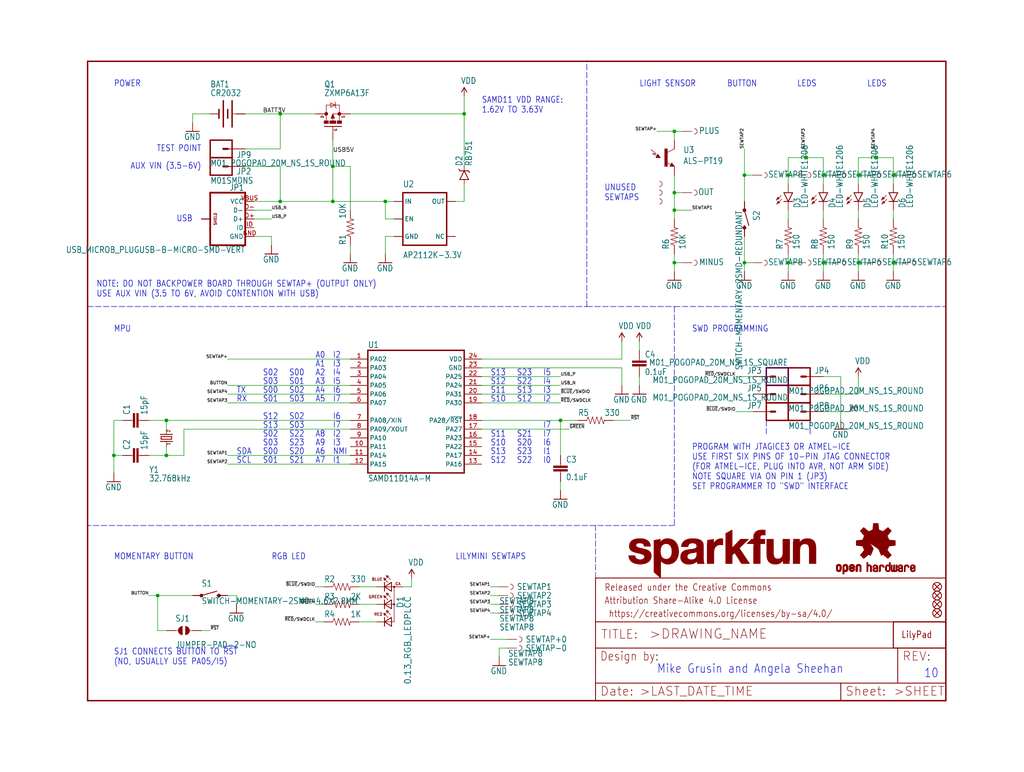
<source format=kicad_sch>
(kicad_sch (version 20211123) (generator eeschema)
  (paper "User" 297.002 223.926)
  (lib_symbols
    (symbol "eagleSchem-eagle-import:0.13_RGB_LEDPLCC"
      (property "Reference" "D" (at -2.54 3.302 0))
      (property "Value" "0.13_RGB_LEDPLCC" (at -2.54 5.461 0))
      (symbol "0.13_RGB_LEDPLCC_1_0"
        (text "BLUE" (at -7.747 -0.762 900) (effects (font (size 0.8128 0.8128)) (justify right top)))
        (text "CA" (at -5.461 2.794 900) (effects (font (size 0.8128 0.8128)) (justify left bottom)))
        (text "GREEN" (at -2.667 -0.762 900) (effects (font (size 0.8128 0.8128)) (justify right top)))
        (text "RED" (at 2.413 -0.762 900) (effects (font (size 0.8128 0.8128)) (justify right top)))
        (pin passive line (at 5.08 -2.54 90) (length 2.54) (name "RED") (number "1"))
        (pin passive line (at 0 -2.54 90) (length 2.54) (name "GREEN") (number "2"))
        (pin passive line (at -5.08 -2.54 90) (length 2.54) (name "BLUE") (number "3"))
        (pin passive line (at -5.08 5.08 270) (length 5.08) (name "ANODE") (number "4"))
      )
    )
    (symbol "eagleSchem-eagle-import:0.1UF-25V(+80{slash}-20%)(0603)"
      (property "Reference" "C" (at 1.524 2.921 0))
      (property "Value" "0.1UF-25V(+80{slash}-20%)(0603)" (at 1.524 -2.159 0))
      (symbol "0.1UF-25V(+80{slash}-20%)(0603)_1_0"
        (pin passive line (at 0 5.08 270) (length 2.54) (name "1") (number "1"))
        (pin passive line (at 0 -2.54 90) (length 2.54) (name "2") (number "2"))
      )
    )
    (symbol "eagleSchem-eagle-import:10KOHM-1{slash}10W-1%(0603)0603"
      (property "Reference" "R" (at -3.81 1.4986 0))
      (property "Value" "10KOHM-1{slash}10W-1%(0603)0603" (at -3.81 -3.302 0))
      (symbol "10KOHM-1{slash}10W-1%(0603)0603_1_0"
        (pin passive line (at -5.08 0 0) (length 2.54) (name "1") (number "1"))
        (pin passive line (at 5.08 0 180) (length 2.54) (name "2") (number "2"))
      )
    )
    (symbol "eagleSchem-eagle-import:15PF-50V-5%(0603)"
      (property "Reference" "C" (at 1.524 2.921 0))
      (property "Value" "15PF-50V-5%(0603)" (at 1.524 -2.159 0))
      (symbol "15PF-50V-5%(0603)_1_0"
        (pin passive line (at 0 5.08 270) (length 2.54) (name "1") (number "1"))
        (pin passive line (at 0 -2.54 90) (length 2.54) (name "2") (number "2"))
      )
    )
    (symbol "eagleSchem-eagle-import:1KOHM-1{slash}10W-1%(0603)"
      (property "Reference" "R" (at -3.81 1.4986 0))
      (property "Value" "1KOHM-1{slash}10W-1%(0603)" (at -3.81 -3.302 0))
      (symbol "1KOHM-1{slash}10W-1%(0603)_1_0"
        (pin passive line (at -5.08 0 0) (length 2.54) (name "1") (number "1"))
        (pin passive line (at 5.08 0 180) (length 2.54) (name "2") (number "2"))
      )
    )
    (symbol "eagleSchem-eagle-import:2.0KOHM1{slash}10W5%(0603)"
      (property "Reference" "R" (at -3.81 1.4986 0))
      (property "Value" "2.0KOHM1{slash}10W5%(0603)" (at -3.81 -3.302 0))
      (symbol "2.0KOHM1{slash}10W5%(0603)_1_0"
        (pin passive line (at -5.08 0 0) (length 2.54) (name "1") (number "1"))
        (pin passive line (at 5.08 0 180) (length 2.54) (name "2") (number "2"))
      )
    )
    (symbol "eagleSchem-eagle-import:330OHM1{slash}10W1%(0603)"
      (property "Reference" "R" (at -3.81 1.4986 0))
      (property "Value" "330OHM1{slash}10W1%(0603)" (at -3.81 -3.302 0))
      (symbol "330OHM1{slash}10W1%(0603)_1_0"
        (pin passive line (at -5.08 0 0) (length 2.54) (name "1") (number "1"))
        (pin passive line (at 5.08 0 180) (length 2.54) (name "2") (number "2"))
      )
    )
    (symbol "eagleSchem-eagle-import:BATTERY20MM_PTH_KIT"
      (property "Reference" "BAT" (at -3.81 5.08 0))
      (property "Value" "BATTERY20MM_PTH_KIT" (at -3.81 -6.35 0))
      (symbol "BATTERY20MM_PTH_KIT_1_0"
        (pin power_in line (at -5.08 0 0) (length 2.54) (name "+") (number "+1"))
        (pin power_in line (at -5.08 0 0) (length 2.54) (name "+") (number "+2"))
        (pin power_in line (at 5.08 0 180) (length 2.54) (name "-") (number "-3"))
      )
    )
    (symbol "eagleSchem-eagle-import:CRYSTAL3.2X1.5MM"
      (property "Reference" "Y" (at 2.54 1.016 0))
      (property "Value" "CRYSTAL3.2X1.5MM" (at 2.54 -2.54 0))
      (symbol "CRYSTAL3.2X1.5MM_1_0"
        (text "1" (at -2.159 -1.143 0) (effects (font (size 0.8636 0.734)) (justify left bottom)))
        (text "2" (at 1.524 -1.143 0) (effects (font (size 0.8636 0.734)) (justify left bottom)))
        (pin passive line (at -2.54 0 0) (length 0) (name "1") (number "P$1"))
        (pin passive line (at 2.54 0 180) (length 0) (name "2") (number "P$2"))
      )
    )
    (symbol "eagleSchem-eagle-import:DIODE-SCHOTTKY-RB751"
      (property "Reference" "D" (at 2.54 0.4826 0))
      (property "Value" "DIODE-SCHOTTKY-RB751" (at 2.54 -2.3114 0))
      (symbol "DIODE-SCHOTTKY-RB751_1_0"
        (pin passive line (at -2.54 0 0) (length 0) (name "A") (number "A"))
        (pin passive line (at 2.54 0 180) (length 0) (name "C") (number "C"))
      )
    )
    (symbol "eagleSchem-eagle-import:FIDUCIAL1X2")
    (symbol "eagleSchem-eagle-import:FRAME-LETTER"
      (symbol "FRAME-LETTER_2_0"
        (text " https://creativecommons.org/licenses/by-sa/4.0/" (at 2.54 24.13 0) (effects (font (size 1.9304 1.6408)) (justify left bottom)))
        (text ">DRAWING_NAME" (at 15.494 17.78 0) (effects (font (size 2.7432 2.7432)) (justify left bottom)))
        (text ">LAST_DATE_TIME" (at 12.7 1.27 0) (effects (font (size 2.54 2.54)) (justify left bottom)))
        (text ">SHEET" (at 86.36 1.27 0) (effects (font (size 2.54 2.54)) (justify left bottom)))
        (text "Attribution Share-Alike 4.0 License" (at 2.54 27.94 0) (effects (font (size 1.9304 1.6408)) (justify left bottom)))
        (text "Date:" (at 1.27 1.27 0) (effects (font (size 2.54 2.54)) (justify left bottom)))
        (text "Design by:" (at 1.27 11.43 0) (effects (font (size 2.54 2.159)) (justify left bottom)))
        (text "Released under the Creative Commons" (at 2.54 31.75 0) (effects (font (size 1.9304 1.6408)) (justify left bottom)))
        (text "REV:" (at 88.9 11.43 0) (effects (font (size 2.54 2.54)) (justify left bottom)))
        (text "Sheet:" (at 72.39 1.27 0) (effects (font (size 2.54 2.54)) (justify left bottom)))
        (text "TITLE:" (at 1.524 17.78 0) (effects (font (size 2.54 2.54)) (justify left bottom)))
      )
    )
    (symbol "eagleSchem-eagle-import:GND" (power)
      (property "Value" "GND" (at -2.54 -2.54 0))
      (symbol "GND_1_0"
        (pin power_in line (at 0 2.54 270) (length 2.54) (name "GND") (number "1"))
      )
    )
    (symbol "eagleSchem-eagle-import:JUMPER-PAD-2-NO"
      (property "Reference" "JP" (at -2.54 2.54 0))
      (property "Value" "JUMPER-PAD-2-NO" (at -2.54 -5.08 0))
      (symbol "JUMPER-PAD-2-NO_1_0"
        (pin passive line (at -5.08 0 0) (length 2.54) (name "1") (number "1"))
        (pin passive line (at 5.08 0 180) (length 2.54) (name "2") (number "2"))
      )
    )
    (symbol "eagleSchem-eagle-import:LED-WHITE1206"
      (property "Reference" "D" (at 3.556 -4.572 90))
      (property "Value" "LED-WHITE1206" (at 5.715 -4.572 90))
      (symbol "LED-WHITE1206_1_0"
        (pin passive line (at 0 2.54 270) (length 2.54) (name "A") (number "A"))
        (pin passive line (at 0 -5.08 90) (length 2.54) (name "C") (number "C"))
      )
    )
    (symbol "eagleSchem-eagle-import:LIGHTSENSORALS"
      (property "Reference" "U" (at 5.08 2.54 0))
      (property "Value" "LIGHTSENSORALS" (at 5.08 -5.08 0))
      (symbol "LIGHTSENSORALS_1_0"
        (pin passive line (at 2.54 5.08 270) (length 2.54) (name "C1") (number "C"))
        (pin passive line (at 2.54 -5.08 90) (length 2.54) (name "E1") (number "E"))
      )
    )
    (symbol "eagleSchem-eagle-import:LILYLOGO-L-TOP"
      (symbol "LILYLOGO-L-TOP_1_0"
        (text "LilyPad" (at -0.254 0.254 0) (effects (font (size 1.9304 1.6408)) (justify left bottom)))
      )
    )
    (symbol "eagleSchem-eagle-import:LOGO-LPL"
      (symbol "LOGO-LPL_1_0"
        (text "LilyPad" (at -0.254 0.254 0) (effects (font (size 1.9304 1.6408)) (justify left bottom)))
      )
    )
    (symbol "eagleSchem-eagle-import:M01SMDNS"
      (property "Reference" "J" (at -2.54 3.302 0))
      (property "Value" "M01SMDNS" (at -2.54 -5.08 0))
      (symbol "M01SMDNS_1_0"
        (pin passive line (at 7.62 0 180) (length 5.08) (name "1") (number "1"))
      )
    )
    (symbol "eagleSchem-eagle-import:M01_POGOPAD_20M_NS_1S_ROUND"
      (property "Reference" "JP" (at -2.54 3.302 0))
      (property "Value" "M01_POGOPAD_20M_NS_1S_ROUND" (at -2.54 -5.08 0))
      (symbol "M01_POGOPAD_20M_NS_1S_ROUND_1_0"
        (pin passive line (at 7.62 0 180) (length 5.08) (name "1") (number "P$1"))
      )
    )
    (symbol "eagleSchem-eagle-import:M01_POGOPAD_20M_NS_1S_SQUARE"
      (property "Reference" "JP" (at -2.54 3.302 0))
      (property "Value" "M01_POGOPAD_20M_NS_1S_SQUARE" (at -2.54 -5.08 0))
      (symbol "M01_POGOPAD_20M_NS_1S_SQUARE_1_0"
        (pin passive line (at 7.62 0 180) (length 5.08) (name "1") (number "P$1"))
      )
    )
    (symbol "eagleSchem-eagle-import:MOSFET-PCHANNEL"
      (property "Reference" "Q" (at 5.08 2.54 0))
      (property "Value" "MOSFET-PCHANNEL" (at 5.08 0 0))
      (symbol "MOSFET-PCHANNEL_1_0"
        (text "D" (at -1.27 2.54 0) (effects (font (size 0.8128 0.6908)) (justify left bottom)))
        (text "G" (at -5.08 -1.27 0) (effects (font (size 0.8128 0.6908)) (justify left bottom)))
        (text "S" (at -1.27 -3.556 0) (effects (font (size 0.8128 0.6908)) (justify left bottom)))
        (pin passive line (at -7.62 0 0) (length 2.54) (name "G") (number "1"))
        (pin passive line (at 0 -5.08 90) (length 2.54) (name "S") (number "2"))
        (pin passive line (at 0 5.08 270) (length 2.54) (name "D") (number "3"))
      )
    )
    (symbol "eagleSchem-eagle-import:OSHW-LOGOS")
    (symbol "eagleSchem-eagle-import:RESISTOR0603"
      (property "Reference" "R" (at -3.81 1.4986 0))
      (property "Value" "RESISTOR0603" (at -3.81 -3.302 0))
      (symbol "RESISTOR0603_1_0"
        (pin passive line (at -5.08 0 0) (length 2.54) (name "1") (number "1"))
        (pin passive line (at 5.08 0 180) (length 2.54) (name "2") (number "2"))
      )
    )
    (symbol "eagleSchem-eagle-import:SAMD11D14A-M"
      (property "Reference" "U" (at -10.16 13.335 0))
      (property "Value" "SAMD11D14A-M" (at -10.16 -25.4 0))
      (symbol "SAMD11D14A-M_1_0"
        (pin bidirectional line (at -15.24 10.16 0) (length 5.08) (name "PA02") (number "1"))
        (pin bidirectional line (at -15.24 -15.24 0) (length 5.08) (name "PA11") (number "10"))
        (pin bidirectional line (at -15.24 -17.78 0) (length 5.08) (name "PA14") (number "11"))
        (pin bidirectional line (at -15.24 -20.32 0) (length 5.08) (name "PA15") (number "12"))
        (pin bidirectional line (at 22.86 -20.32 180) (length 5.08) (name "PA16") (number "13"))
        (pin bidirectional line (at 22.86 -17.78 180) (length 5.08) (name "PA17") (number "14"))
        (pin bidirectional line (at 22.86 -15.24 180) (length 5.08) (name "PA22") (number "15"))
        (pin bidirectional line (at 22.86 -12.7 180) (length 5.08) (name "PA23") (number "16"))
        (pin bidirectional line (at 22.86 -10.16 180) (length 5.08) (name "PA27") (number "17"))
        (pin bidirectional line (at 22.86 -7.62 180) (length 5.08) (name "PA28/~{RST}") (number "18"))
        (pin bidirectional line (at 22.86 -2.54 180) (length 5.08) (name "PA30") (number "19"))
        (pin bidirectional line (at -15.24 7.62 0) (length 5.08) (name "PA03") (number "2"))
        (pin bidirectional line (at 22.86 0 180) (length 5.08) (name "PA31") (number "20"))
        (pin bidirectional line (at 22.86 2.54 180) (length 5.08) (name "PA24") (number "21"))
        (pin bidirectional line (at 22.86 5.08 180) (length 5.08) (name "PA25") (number "22"))
        (pin bidirectional line (at 22.86 7.62 180) (length 5.08) (name "GND") (number "23"))
        (pin bidirectional line (at 22.86 10.16 180) (length 5.08) (name "VDD") (number "24"))
        (pin bidirectional line (at -15.24 5.08 0) (length 5.08) (name "PA04") (number "3"))
        (pin bidirectional line (at -15.24 2.54 0) (length 5.08) (name "PA05") (number "4"))
        (pin bidirectional line (at -15.24 0 0) (length 5.08) (name "PA06") (number "5"))
        (pin bidirectional line (at -15.24 -2.54 0) (length 5.08) (name "PA07") (number "6"))
        (pin bidirectional line (at -15.24 -7.62 0) (length 5.08) (name "PA08/XIN") (number "7"))
        (pin bidirectional line (at -15.24 -10.16 0) (length 5.08) (name "PA09/XOUT") (number "8"))
        (pin bidirectional line (at -15.24 -12.7 0) (length 5.08) (name "PA10") (number "9"))
      )
    )
    (symbol "eagleSchem-eagle-import:SEWTAP-NOHOLE2")
    (symbol "eagleSchem-eagle-import:SEWTAP6"
      (property "Reference" "JP" (at -2.54 2.54 0))
      (property "Value" "SEWTAP6" (at -2.54 -5.08 0))
      (symbol "SEWTAP6_1_0"
        (pin bidirectional line (at -2.54 0 180) (length 0) (name "1") (number "1"))
      )
    )
    (symbol "eagleSchem-eagle-import:SEWTAP8"
      (property "Reference" "JP" (at -2.54 2.54 0))
      (property "Value" "SEWTAP8" (at -2.54 -5.08 0))
      (symbol "SEWTAP8_1_0"
        (pin bidirectional line (at -2.54 0 180) (length 0) (name "1") (number "1"))
      )
    )
    (symbol "eagleSchem-eagle-import:SFE_LOGO_NAME.1_INCH")
    (symbol "eagleSchem-eagle-import:SWITCH-MOMENTARY-2SMD-4.6X2.8MM"
      (property "Reference" "S" (at -2.54 2.54 0))
      (property "Value" "SWITCH-MOMENTARY-2SMD-4.6X2.8MM" (at -2.54 -2.54 0))
      (symbol "SWITCH-MOMENTARY-2SMD-4.6X2.8MM_1_0"
        (pin passive line (at -5.08 0 0) (length 2.54) (name "1") (number "1"))
        (pin passive line (at -5.08 0 0) (length 2.54) (name "1") (number "2"))
        (pin passive line (at 5.08 0 180) (length 2.54) (name "2") (number "3"))
        (pin passive line (at 5.08 0 180) (length 2.54) (name "2") (number "4"))
      )
    )
    (symbol "eagleSchem-eagle-import:SWITCH-MOMENTARY-2SMD-REDUNDANT"
      (property "Reference" "S" (at -2.54 2.54 0))
      (property "Value" "SWITCH-MOMENTARY-2SMD-REDUNDANT" (at -2.54 -2.54 0))
      (symbol "SWITCH-MOMENTARY-2SMD-REDUNDANT_1_0"
        (pin passive line (at -5.08 0 0) (length 2.54) (name "1") (number "1"))
        (pin passive line (at -5.08 0 0) (length 2.54) (name "1") (number "2"))
        (pin passive line (at 5.08 0 180) (length 2.54) (name "2") (number "3"))
        (pin passive line (at 5.08 0 180) (length 2.54) (name "2") (number "4"))
      )
    )
    (symbol "eagleSchem-eagle-import:USB_MICROB_PLUGUSB-B-MICRO-SMD-VERT"
      (property "Reference" "JP" (at -4.826 8.128 0))
      (property "Value" "USB_MICROB_PLUGUSB-B-MICRO-SMD-VERT" (at -5.08 -9.906 0))
      (symbol "USB_MICROB_PLUGUSB-B-MICRO-SMD-VERT_1_0"
        (text "SHIELD" (at 4.064 0 900) (effects (font (size 0.8128 0.6908)) (justify bottom)))
        (pin bidirectional line (at -7.62 0 0) (length 2.54) (name "D+") (number "D+"))
        (pin bidirectional line (at -7.62 2.54 0) (length 2.54) (name "D-") (number "D-"))
        (pin bidirectional line (at -7.62 -5.08 0) (length 2.54) (name "GND") (number "GND"))
        (pin bidirectional line (at -7.62 -2.54 0) (length 2.54) (name "ID") (number "ID"))
        (pin bidirectional line (at 7.62 0 180) (length 2.54) (name "SHIELD") (number "P1"))
        (pin bidirectional line (at 7.62 0 180) (length 2.54) (name "SHIELD") (number "P2"))
        (pin bidirectional line (at 7.62 0 180) (length 2.54) (name "SHIELD") (number "P3"))
        (pin bidirectional line (at -7.62 5.08 0) (length 2.54) (name "VCC") (number "VBUS"))
      )
    )
    (symbol "eagleSchem-eagle-import:VDD" (power)
      (property "Value" "VDD" (at -1.016 3.556 0))
      (symbol "VDD_1_0"
        (pin power_in line (at 0 0 90) (length 2.54) (name "VDD") (number "1"))
      )
    )
    (symbol "eagleSchem-eagle-import:V_REG_AP2112K-3.3V"
      (property "Reference" "U" (at -7.62 9.144 0))
      (property "Value" "V_REG_AP2112K-3.3V" (at -7.62 -11.43 0))
      (symbol "V_REG_AP2112K-3.3V_1_0"
        (pin input line (at -10.16 5.08 0) (length 2.54) (name "IN") (number "1"))
        (pin input line (at -10.16 -5.08 0) (length 2.54) (name "GND") (number "2"))
        (pin input line (at -10.16 0 0) (length 2.54) (name "EN") (number "3"))
        (pin input line (at 7.62 -5.08 180) (length 2.54) (name "NC") (number "4"))
        (pin passive line (at 7.62 5.08 180) (length 2.54) (name "OUT") (number "5"))
      )
    )
  )
  (junction (at 96.52 48.26))
  (junction (at 228.6 50.8))
  (junction (at 238.76 50.8))
  (junction (at 111.76 58.42))
  (junction (at 33.02 132.08))
  (junction (at 162.56 121.92))
  (junction (at 215.9 76.2))
  (junction (at 81.28 33.02))
  (junction (at 259.08 50.8))
  (junction (at 238.76 76.2))
  (junction (at 215.9 50.8))
  (junction (at 48.26 121.92))
  (junction (at 228.6 76.2))
  (junction (at 134.62 33.02))
  (junction (at 48.26 132.08))
  (junction (at 259.08 76.2))
  (junction (at 195.58 38.1))
  (junction (at 195.58 60.96))
  (junction (at 195.58 55.88))
  (junction (at 195.58 76.2))
  (junction (at 248.92 50.8))
  (junction (at 81.28 58.42))
  (junction (at 233.68 45.72))
  (junction (at 45.72 172.72))
  (junction (at 254 45.72))
  (junction (at 96.52 58.42))
  (junction (at 248.92 76.2))
  (wire (pts (xy 147.32 187.96) (xy 144.78 187.96)))
  (wire (pts (xy 218.44 119.38) (xy 213.36 119.38)))
  (wire (pts (xy 261.62 76.2) (xy 259.08 76.2)))
  (wire (pts (xy 111.76 63.5) (xy 111.76 58.42)))
  (wire (pts (xy 81.28 58.42) (xy 96.52 58.42)))
  (wire (pts (xy 228.6 78.74) (xy 228.6 76.2)))
  (wire (pts (xy 134.62 33.02) (xy 134.62 27.94)))
  (wire (pts (xy 248.92 60.96) (xy 248.92 63.5)))
  (wire (pts (xy 48.26 121.92) (xy 48.26 124.46)))
  (wire (pts (xy 259.08 53.34) (xy 259.08 50.8)))
  (wire (pts (xy 248.92 78.74) (xy 248.92 76.2)))
  (wire (pts (xy 144.78 170.18) (xy 142.24 170.18)))
  (wire (pts (xy 81.28 48.26) (xy 81.28 58.42)))
  (wire (pts (xy 238.76 50.8) (xy 238.76 45.72)))
  (wire (pts (xy 198.12 55.88) (xy 195.58 55.88)))
  (wire (pts (xy 71.12 33.02) (xy 81.28 33.02)))
  (wire (pts (xy 73.66 68.58) (xy 78.74 68.58)))
  (wire (pts (xy 144.78 177.8) (xy 142.24 177.8)))
  (wire (pts (xy 48.26 182.88) (xy 45.72 182.88)))
  (wire (pts (xy 195.58 63.5) (xy 195.58 60.96)))
  (wire (pts (xy 96.52 48.26) (xy 96.52 58.42)))
  (wire (pts (xy 231.14 50.8) (xy 228.6 50.8)))
  (wire (pts (xy 55.88 33.02) (xy 60.96 33.02)))
  (wire (pts (xy 71.12 48.26) (xy 81.28 48.26)))
  (wire (pts (xy 231.14 76.2) (xy 228.6 76.2)))
  (wire (pts (xy 139.7 106.68) (xy 180.34 106.68)))
  (wire (pts (xy 101.6 111.76) (xy 66.04 111.76)))
  (wire (pts (xy 248.92 53.34) (xy 248.92 50.8)))
  (polyline (pts (xy 170.18 88.9) (xy 170.18 17.78)))
  (wire (pts (xy 238.76 119.38) (xy 246.38 119.38)))
  (wire (pts (xy 96.52 58.42) (xy 111.76 58.42)))
  (wire (pts (xy 195.58 60.96) (xy 195.58 55.88)))
  (wire (pts (xy 238.76 60.96) (xy 238.76 63.5)))
  (wire (pts (xy 195.58 55.88) (xy 195.58 50.8)))
  (polyline (pts (xy 170.18 88.9) (xy 195.58 88.9)))
  (wire (pts (xy 48.26 129.54) (xy 48.26 132.08)))
  (wire (pts (xy 195.58 38.1) (xy 198.12 38.1)))
  (wire (pts (xy 58.42 182.88) (xy 60.96 182.88)))
  (wire (pts (xy 101.6 121.92) (xy 48.26 121.92)))
  (wire (pts (xy 259.08 73.66) (xy 259.08 76.2)))
  (wire (pts (xy 238.76 53.34) (xy 238.76 50.8)))
  (wire (pts (xy 238.76 109.22) (xy 243.84 109.22)))
  (wire (pts (xy 139.7 116.84) (xy 162.56 116.84)))
  (wire (pts (xy 111.76 58.42) (xy 114.3 58.42)))
  (wire (pts (xy 134.62 58.42) (xy 134.62 53.34)))
  (wire (pts (xy 180.34 106.68) (xy 180.34 111.76)))
  (wire (pts (xy 259.08 50.8) (xy 259.08 45.72)))
  (wire (pts (xy 96.52 40.64) (xy 96.52 48.26)))
  (wire (pts (xy 53.34 124.46) (xy 101.6 124.46)))
  (wire (pts (xy 144.78 175.26) (xy 142.24 175.26)))
  (wire (pts (xy 132.08 58.42) (xy 134.62 58.42)))
  (wire (pts (xy 233.68 45.72) (xy 238.76 45.72)))
  (wire (pts (xy 93.98 175.26) (xy 91.44 175.26)))
  (polyline (pts (xy 222.25 111.76) (xy 228.6 111.76)))
  (polyline (pts (xy 234.95 121.92) (xy 234.95 126.365)))
  (wire (pts (xy 248.92 73.66) (xy 248.92 76.2)))
  (wire (pts (xy 200.66 60.96) (xy 195.58 60.96)))
  (wire (pts (xy 177.8 121.92) (xy 182.88 121.92)))
  (wire (pts (xy 185.42 109.22) (xy 185.42 111.76)))
  (wire (pts (xy 241.3 76.2) (xy 238.76 76.2)))
  (wire (pts (xy 195.58 38.1) (xy 190.5 38.1)))
  (wire (pts (xy 261.62 50.8) (xy 259.08 50.8)))
  (wire (pts (xy 134.62 48.26) (xy 134.62 33.02)))
  (wire (pts (xy 139.7 114.3) (xy 162.56 114.3)))
  (wire (pts (xy 101.6 134.62) (xy 66.04 134.62)))
  (polyline (pts (xy 222.25 106.68) (xy 222.25 111.76)))
  (polyline (pts (xy 25.4 88.9) (xy 170.18 88.9)))
  (wire (pts (xy 180.34 104.14) (xy 180.34 99.06)))
  (polyline (pts (xy 172.72 167.64) (xy 172.72 152.4)))
  (wire (pts (xy 233.68 45.72) (xy 233.68 43.18)))
  (wire (pts (xy 228.6 53.34) (xy 228.6 50.8)))
  (polyline (pts (xy 222.25 121.92) (xy 222.25 126.365)))
  (wire (pts (xy 259.08 60.96) (xy 259.08 63.5)))
  (wire (pts (xy 195.58 40.64) (xy 195.58 38.1)))
  (wire (pts (xy 101.6 114.3) (xy 66.04 114.3)))
  (wire (pts (xy 238.76 73.66) (xy 238.76 76.2)))
  (wire (pts (xy 254 45.72) (xy 254 43.18)))
  (wire (pts (xy 254 45.72) (xy 259.08 45.72)))
  (wire (pts (xy 228.6 45.72) (xy 228.6 50.8)))
  (wire (pts (xy 147.32 185.42) (xy 142.24 185.42)))
  (wire (pts (xy 238.76 78.74) (xy 238.76 76.2)))
  (wire (pts (xy 233.68 45.72) (xy 228.6 45.72)))
  (wire (pts (xy 109.22 175.26) (xy 104.14 175.26)))
  (polyline (pts (xy 195.58 152.4) (xy 172.72 152.4)))
  (wire (pts (xy 251.46 76.2) (xy 248.92 76.2)))
  (polyline (pts (xy 228.6 111.76) (xy 228.6 106.68)))
  (wire (pts (xy 144.78 172.72) (xy 142.24 172.72)))
  (wire (pts (xy 33.02 132.08) (xy 35.56 132.08)))
  (wire (pts (xy 215.9 58.42) (xy 215.9 50.8)))
  (polyline (pts (xy 195.58 88.9) (xy 195.58 152.4)))
  (wire (pts (xy 33.02 132.08) (xy 33.02 121.92)))
  (wire (pts (xy 93.98 180.34) (xy 91.44 180.34)))
  (wire (pts (xy 101.6 73.66) (xy 101.6 71.12)))
  (wire (pts (xy 162.56 111.76) (xy 139.7 111.76)))
  (wire (pts (xy 185.42 101.6) (xy 185.42 99.06)))
  (wire (pts (xy 114.3 68.58) (xy 111.76 68.58)))
  (wire (pts (xy 241.3 50.8) (xy 238.76 50.8)))
  (wire (pts (xy 96.52 48.26) (xy 101.6 48.26)))
  (wire (pts (xy 144.78 187.96) (xy 144.78 190.5)))
  (wire (pts (xy 48.26 132.08) (xy 53.34 132.08)))
  (wire (pts (xy 33.02 137.16) (xy 33.02 132.08)))
  (wire (pts (xy 218.44 76.2) (xy 215.9 76.2)))
  (wire (pts (xy 228.6 73.66) (xy 228.6 76.2)))
  (wire (pts (xy 248.92 114.3) (xy 248.92 109.22)))
  (wire (pts (xy 101.6 116.84) (xy 66.04 116.84)))
  (wire (pts (xy 195.58 76.2) (xy 198.12 76.2)))
  (wire (pts (xy 101.6 33.02) (xy 134.62 33.02)))
  (wire (pts (xy 45.72 172.72) (xy 43.18 172.72)))
  (wire (pts (xy 238.76 114.3) (xy 248.92 114.3)))
  (wire (pts (xy 73.66 60.96) (xy 78.74 60.96)))
  (polyline (pts (xy 195.58 88.9) (xy 274.32 88.9)))
  (wire (pts (xy 45.72 182.88) (xy 45.72 172.72)))
  (wire (pts (xy 215.9 76.2) (xy 215.9 68.58)))
  (wire (pts (xy 162.56 139.7) (xy 162.56 142.24)))
  (wire (pts (xy 243.84 109.22) (xy 243.84 121.92)))
  (wire (pts (xy 53.34 132.08) (xy 53.34 124.46)))
  (wire (pts (xy 55.88 35.56) (xy 55.88 33.02)))
  (wire (pts (xy 139.7 104.14) (xy 180.34 104.14)))
  (wire (pts (xy 48.26 121.92) (xy 43.18 121.92)))
  (wire (pts (xy 218.44 50.8) (xy 215.9 50.8)))
  (wire (pts (xy 139.7 121.92) (xy 162.56 121.92)))
  (wire (pts (xy 48.26 132.08) (xy 43.18 132.08)))
  (wire (pts (xy 215.9 78.74) (xy 215.9 76.2)))
  (wire (pts (xy 55.88 172.72) (xy 45.72 172.72)))
  (polyline (pts (xy 228.6 106.68) (xy 222.25 106.68)))
  (wire (pts (xy 162.56 121.92) (xy 167.64 121.92)))
  (wire (pts (xy 78.74 68.58) (xy 78.74 71.12)))
  (wire (pts (xy 114.3 63.5) (xy 111.76 63.5)))
  (wire (pts (xy 251.46 50.8) (xy 248.92 50.8)))
  (wire (pts (xy 66.04 172.72) (xy 68.58 172.72)))
  (wire (pts (xy 101.6 104.14) (xy 66.04 104.14)))
  (wire (pts (xy 215.9 50.8) (xy 215.9 43.18)))
  (wire (pts (xy 139.7 124.46) (xy 165.1 124.46)))
  (wire (pts (xy 68.58 172.72) (xy 68.58 175.26)))
  (wire (pts (xy 162.56 109.22) (xy 139.7 109.22)))
  (wire (pts (xy 71.12 43.18) (xy 81.28 43.18)))
  (wire (pts (xy 195.58 73.66) (xy 195.58 76.2)))
  (wire (pts (xy 93.98 170.18) (xy 91.44 170.18)))
  (wire (pts (xy 111.76 68.58) (xy 111.76 73.66)))
  (wire (pts (xy 73.66 58.42) (xy 81.28 58.42)))
  (polyline (pts (xy 172.72 152.4) (xy 25.4 152.4)))
  (wire (pts (xy 248.92 50.8) (xy 248.92 45.72)))
  (wire (pts (xy 119.38 170.18) (xy 119.38 167.64)))
  (wire (pts (xy 73.66 63.5) (xy 78.74 63.5)))
  (wire (pts (xy 81.28 33.02) (xy 91.44 33.02)))
  (wire (pts (xy 228.6 60.96) (xy 228.6 63.5)))
  (wire (pts (xy 109.22 170.18) (xy 104.14 170.18)))
  (wire (pts (xy 35.56 121.92) (xy 33.02 121.92)))
  (wire (pts (xy 101.6 48.26) (xy 101.6 60.96)))
  (wire (pts (xy 109.22 180.34) (xy 104.14 180.34)))
  (wire (pts (xy 248.92 45.72) (xy 254 45.72)))
  (wire (pts (xy 259.08 78.74) (xy 259.08 76.2)))
  (wire (pts (xy 81.28 43.18) (xy 81.28 33.02)))
  (wire (pts (xy 195.58 76.2) (xy 195.58 78.74)))
  (wire (pts (xy 116.84 170.18) (xy 119.38 170.18)))
  (wire (pts (xy 218.44 109.22) (xy 213.36 109.22)))
  (wire (pts (xy 101.6 132.08) (xy 66.04 132.08)))
  (wire (pts (xy 162.56 132.08) (xy 162.56 121.92)))
  (text "I3" (at 157.48 114.3 180) (effects (font (size 1.778 1.5113)) (justify left bottom)))
  (text "RX" (at 68.58 116.84 180) (effects (font (size 1.778 1.5113)) (justify left bottom)))
  (text "S00" (at 76.2 114.3 180) (effects (font (size 1.778 1.5113)) (justify left bottom)))
  (text "S13" (at 149.86 114.3 180) (effects (font (size 1.778 1.5113)) (justify left bottom)))
  (text "A0" (at 91.44 104.14 180) (effects (font (size 1.778 1.5113)) (justify left bottom)))
  (text "Mike Grusin and Angela Sheehan" (at 190.5 195.58 180) (effects (font (size 2.54 2.159)) (justify left bottom)))
  (text "10" (at 267.97 196.85 180) (effects (font (size 2.54 2.159)) (justify left bottom)))
  (text "A2" (at 91.44 109.22 180) (effects (font (size 1.778 1.5113)) (justify left bottom)))
  (text "A9" (at 91.44 129.54 180) (effects (font (size 1.778 1.5113)) (justify left bottom)))
  (text "S01" (at 83.82 111.76 180) (effects (font (size 1.778 1.5113)) (justify left bottom)))
  (text "A1" (at 91.44 106.68 180) (effects (font (size 1.778 1.5113)) (justify left bottom)))
  (text "I6" (at 96.52 121.92 180) (effects (font (size 1.778 1.5113)) (justify left bottom)))
  (text "S22" (at 149.86 111.76 180) (effects (font (size 1.778 1.5113)) (justify left bottom)))
  (text "S11" (at 142.24 114.3 180) (effects (font (size 1.778 1.5113)) (justify left bottom)))
  (text "LEDS" (at 251.46 25.4 180) (effects (font (size 1.778 1.5113)) (justify left bottom)))
  (text "S23" (at 83.82 129.54 180) (effects (font (size 1.778 1.5113)) (justify left bottom)))
  (text "I2" (at 96.52 127 180) (effects (font (size 1.778 1.5113)) (justify left bottom)))
  (text "S01" (at 76.2 116.84 180) (effects (font (size 1.778 1.5113)) (justify left bottom)))
  (text "A5" (at 91.44 116.84 180) (effects (font (size 1.778 1.5113)) (justify left bottom)))
  (text "I3" (at 96.52 129.54 180) (effects (font (size 1.778 1.5113)) (justify left bottom)))
  (text "S02" (at 83.82 121.92 180) (effects (font (size 1.778 1.5113)) (justify left bottom)))
  (text "S20" (at 83.82 132.08 180) (effects (font (size 1.778 1.5113)) (justify left bottom)))
  (text "S12" (at 142.24 134.62 180) (effects (font (size 1.778 1.5113)) (justify left bottom)))
  (text "A4" (at 91.44 114.3 180) (effects (font (size 1.778 1.5113)) (justify left bottom)))
  (text "LEDS" (at 231.14 25.4 180) (effects (font (size 1.778 1.5113)) (justify left bottom)))
  (text "USB" (at 55.88 63.5 180) (effects (font (size 1.778 1.5113)) (justify right)))
  (text "S12" (at 76.2 121.92 180) (effects (font (size 1.778 1.5113)) (justify left bottom)))
  (text "S21" (at 149.86 127 180) (effects (font (size 1.778 1.5113)) (justify left bottom)))
  (text "S01" (at 76.2 134.62 180) (effects (font (size 1.778 1.5113)) (justify left bottom)))
  (text "S13" (at 142.24 132.08 180) (effects (font (size 1.778 1.5113)) (justify left bottom)))
  (text "I2" (at 96.52 104.14 180) (effects (font (size 1.778 1.5113)) (justify left bottom)))
  (text "S22" (at 83.82 127 180) (effects (font (size 1.778 1.5113)) (justify left bottom)))
  (text "S03" (at 83.82 124.46 180) (effects (font (size 1.778 1.5113)) (justify left bottom)))
  (text "MPU" (at 33.02 96.52 180) (effects (font (size 1.778 1.5113)) (justify left bottom)))
  (text "S10" (at 142.24 129.54 180) (effects (font (size 1.778 1.5113)) (justify left bottom)))
  (text "A3" (at 91.44 111.76 180) (effects (font (size 1.778 1.5113)) (justify left bottom)))
  (text "I7" (at 157.48 124.46 180) (effects (font (size 1.778 1.5113)) (justify left bottom)))
  (text "I5" (at 96.52 111.76 180) (effects (font (size 1.778 1.5113)) (justify left bottom)))
  (text "I7" (at 96.52 116.84 180) (effects (font (size 1.778 1.5113)) (justify left bottom)))
  (text "SCL" (at 68.58 134.62 180) (effects (font (size 1.778 1.5113)) (justify left bottom)))
  (text "I2" (at 157.48 116.84 180) (effects (font (size 1.778 1.5113)) (justify left bottom)))
  (text "LIGHT SENSOR" (at 185.42 25.4 180) (effects (font (size 1.778 1.5113)) (justify left bottom)))
  (text "S03" (at 83.82 116.84 180) (effects (font (size 1.778 1.5113)) (justify left bottom)))
  (text "SJ1 CONNECTS BUTTON TO ~{RST}\n(NO, USUALLY USE PA05/I5)" (at 33.02 193.04 0) (effects (font (size 1.778 1.5113)) (justify left bottom)))
  (text "S03" (at 76.2 129.54 180) (effects (font (size 1.778 1.5113)) (justify left bottom)))
  (text "NOTE: DO NOT BACKPOWER BOARD THROUGH SEWTAP+ (OUTPUT ONLY)\nUSE AUX VIN (3.5 TO 6V, AVOID CONTENTION WITH USB)" (at 27.94 86.36 0) (effects (font (size 1.778 1.5113)) (justify left bottom)))
  (text "S23" (at 149.86 109.22 180) (effects (font (size 1.778 1.5113)) (justify left bottom)))
  (text "TEST POINT" (at 58.42 43.18 180) (effects (font (size 1.778 1.5113)) (justify right)))
  (text "S00" (at 76.2 132.08 180) (effects (font (size 1.778 1.5113)) (justify left bottom)))
  (text "S00" (at 83.82 109.22 180) (effects (font (size 1.778 1.5113)) (justify left bottom)))
  (text "SDA" (at 68.58 132.08 180) (effects (font (size 1.778 1.5113)) (justify left bottom)))
  (text "UNUSED\nSEWTAPS" (at 175.26 58.42 180) (effects (font (size 1.778 1.5113)) (justify left bottom)))
  (text "I7" (at 157.48 127 180) (effects (font (size 1.778 1.5113)) (justify left bottom)))
  (text "A7" (at 91.44 134.62 180) (effects (font (size 1.778 1.5113)) (justify left bottom)))
  (text "S22" (at 149.86 134.62 180) (effects (font (size 1.778 1.5113)) (justify left bottom)))
  (text "MOMENTARY BUTTON" (at 33.02 162.56 180) (effects (font (size 1.778 1.5113)) (justify left bottom)))
  (text "S13" (at 142.24 109.22 180) (effects (font (size 1.778 1.5113)) (justify left bottom)))
  (text "NMI" (at 96.52 132.08 180) (effects (font (size 1.778 1.5113)) (justify left bottom)))
  (text "S02" (at 76.2 127 180) (effects (font (size 1.778 1.5113)) (justify left bottom)))
  (text "A6" (at 91.44 132.08 180) (effects (font (size 1.778 1.5113)) (justify left bottom)))
  (text "I1" (at 157.48 132.08 180) (effects (font (size 1.778 1.5113)) (justify left bottom)))
  (text "I4" (at 157.48 111.76 180) (effects (font (size 1.778 1.5113)) (justify left bottom)))
  (text "S21" (at 83.82 134.62 180) (effects (font (size 1.778 1.5113)) (justify left bottom)))
  (text "TX" (at 68.58 114.3 180) (effects (font (size 1.778 1.5113)) (justify left bottom)))
  (text "AUX VIN (3.5-6V)" (at 58.42 48.26 180) (effects (font (size 1.778 1.5113)) (justify right)))
  (text "S10" (at 142.24 116.84 180) (effects (font (size 1.778 1.5113)) (justify left bottom)))
  (text "RGB LED" (at 78.74 162.56 180) (effects (font (size 1.778 1.5113)) (justify left bottom)))
  (text "POWER" (at 33.02 25.4 180) (effects (font (size 1.778 1.5113)) (justify left bottom)))
  (text "S13" (at 76.2 124.46 180) (effects (font (size 1.778 1.5113)) (justify left bottom)))
  (text "BUTTON" (at 210.82 25.4 180) (effects (font (size 1.778 1.5113)) (justify left bottom)))
  (text "S20" (at 149.86 129.54 180) (effects (font (size 1.778 1.5113)) (justify left bottom)))
  (text "LILYMINI SEWTAPS" (at 132.08 162.56 180) (effects (font (size 1.778 1.5113)) (justify left bottom)))
  (text "I6" (at 96.52 114.3 180) (effects (font (size 1.778 1.5113)) (justify left bottom)))
  (text "I4" (at 96.52 109.22 180) (effects (font (size 1.778 1.5113)) (justify left bottom)))
  (text "S03" (at 76.2 111.76 180) (effects (font (size 1.778 1.5113)) (justify left bottom)))
  (text "I7" (at 96.52 124.46 180) (effects (font (size 1.778 1.5113)) (justify left bottom)))
  (text "I3" (at 96.52 106.68 180) (effects (font (size 1.778 1.5113)) (justify left bottom)))
  (text "S11" (at 142.24 127 180) (effects (font (size 1.778 1.5113)) (justify left bottom)))
  (text "S12" (at 149.86 116.84 180) (effects (font (size 1.778 1.5113)) (justify left bottom)))
  (text "S02" (at 76.2 109.22 180) (effects (font (size 1.778 1.5113)) (justify left bottom)))
  (text "A8" (at 91.44 127 180) (effects (font (size 1.778 1.5113)) (justify left bottom)))
  (text "PROGRAM WITH JTAGICE3 OR ATMEL-ICE\nUSE FIRST SIX PINS OF 10-PIN JTAG CONNECTOR\n(FOR ATMEL-ICE, PLUG INTO AVR, NOT ARM SIDE)\nNOTE SQUARE VIA ON PIN 1 (JP3)\nSET PROGRAMMER TO \"SWD\" INTERFACE" (at 200.66 142.24 0) (effects (font (size 1.778 1.5113)) (justify left bottom)))
  (text "SWD PROGRAMMING" (at 200.66 96.52 180) (effects (font (size 1.778 1.5113)) (justify left bottom)))
  (text "S23" (at 149.86 132.08 180) (effects (font (size 1.778 1.5113)) (justify left bottom)))
  (text "S12" (at 142.24 111.76 180) (effects (font (size 1.778 1.5113)) (justify left bottom)))
  (text "I1" (at 96.52 134.62 180) (effects (font (size 1.778 1.5113)) (justify left bottom)))
  (text "I0" (at 157.48 134.62 180) (effects (font (size 1.778 1.5113)) (justify left bottom)))
  (text "I5" (at 157.48 109.22 180) (effects (font (size 1.778 1.5113)) (justify left bottom)))
  (text "SAMD11 VDD RANGE:\n1.62V TO 3.63V" (at 139.7 33.02 180) (effects (font (size 1.778 1.5113)) (justify left bottom)))
  (text "S02" (at 83.82 114.3 180) (effects (font (size 1.778 1.5113)) (justify left bottom)))
  (text "I6" (at 157.48 129.54 180) (effects (font (size 1.778 1.5113)) (justify left bottom)))
  (label "BUTTON" (at 43.18 172.72 180) (effects (font (size 0.889 0.889))))
  (label "~{BLUE}/SWDIO" (at 162.56 114.3 0) (effects (font (size 0.889 0.889))))
  (label "USB_N" (at 78.74 60.96 0) (effects (font (size 0.889 0.889))))
  (label "USB5V" (at 96.52 44.45 0) (effects (font (size 1.2446 1.2446))))
  (label "~{RED}/SWDCLK" (at 162.56 116.84 0) (effects (font (size 0.889 0.889))))
  (label "~{RST}" (at 246.38 119.38 0) (effects (font (size 0.889 0.889))))
  (label "SEWTAP3" (at 233.68 43.18 90) (effects (font (size 0.889 0.889))))
  (label "SEWTAP+" (at 190.5 38.1 180) (effects (font (size 0.889 0.889))))
  (label "SEWTAP2" (at 142.24 172.72 180) (effects (font (size 0.889 0.889))))
  (label "~{RST}" (at 60.96 182.88 0) (effects (font (size 0.889 0.889))))
  (label "SEWTAP1" (at 200.66 60.96 0) (effects (font (size 0.889 0.889))))
  (label "~{RST}" (at 182.88 121.92 0) (effects (font (size 0.889 0.889))))
  (label "SEWTAP4" (at 254 43.18 90) (effects (font (size 0.889 0.889))))
  (label "USB_N" (at 162.56 111.76 0) (effects (font (size 0.889 0.889))))
  (label "BUTTON" (at 66.04 111.76 180) (effects (font (size 0.889 0.889))))
  (label "SEWTAP1" (at 142.24 170.18 180) (effects (font (size 0.889 0.889))))
  (label "SEWTAP4" (at 66.04 114.3 180) (effects (font (size 0.889 0.889))))
  (label "USB_P" (at 78.74 63.5 0) (effects (font (size 0.889 0.889))))
  (label "SEWTAP3" (at 66.04 116.84 180) (effects (font (size 0.889 0.889))))
  (label "~{RED}/SWDCLK" (at 91.44 180.34 180) (effects (font (size 0.889 0.889))))
  (label "~{GREEN}" (at 165.1 124.46 0) (effects (font (size 0.889 0.889))))
  (label "USB_P" (at 162.56 109.22 0) (effects (font (size 0.889 0.889))))
  (label "SEWTAP+" (at 142.24 185.42 180) (effects (font (size 0.889 0.889))))
  (label "SEWTAP4" (at 142.24 177.8 180) (effects (font (size 0.889 0.889))))
  (label "~{BLUE}/SWDIO" (at 213.36 119.38 180) (effects (font (size 0.889 0.889))))
  (label "SEWTAP1" (at 66.04 132.08 180) (effects (font (size 0.889 0.889))))
  (label "~{BLUE}/SWDIO" (at 91.44 170.18 180) (effects (font (size 0.889 0.889))))
  (label "SEWTAP2" (at 215.9 43.18 90) (effects (font (size 0.889 0.889))))
  (label "SEWTAP+" (at 66.04 104.14 180) (effects (font (size 0.889 0.889))))
  (label "~{RED}/SWDCLK" (at 213.36 109.22 180) (effects (font (size 0.889 0.889))))
  (label "BATT3V" (at 76.2 33.02 0) (effects (font (size 1.2446 1.2446))))
  (label "SEWTAP3" (at 142.24 175.26 180) (effects (font (size 0.889 0.889))))
  (label "SEWTAP2" (at 66.04 134.62 180) (effects (font (size 0.889 0.889))))
  (label "~{GREEN}" (at 91.44 175.26 180) (effects (font (size 0.889 0.889))))
  (symbol (lib_id "eagleSchem-eagle-import:GND") (at 111.76 76.2 0) (unit 1)
    (property "Reference" "#GND6" (effects hide))
    (property "Value" "GND" (at 109.22 78.74 0) (effects (font (size 1.778 1.5113)) (justify left bottom)))
    (property "Footprint" "eagleSchem:" (effects hide))
  )
  (symbol (lib_id "eagleSchem-eagle-import:SEWTAP6") (at 233.68 50.8 0) (unit 1)
    (property "Reference" "JP20" (effects hide))
    (property "Value" "SEWTAP6" (at 235.458 51.562 0) (effects (font (size 1.778 1.5113)) (justify left bottom)))
    (property "Footprint" "eagleSchem:PETAL-SMALL-2SIDE" (effects hide))
  )
  (symbol (lib_id "eagleSchem-eagle-import:SEWTAP8") (at 220.98 76.2 0) (unit 1)
    (property "Reference" "JP13" (effects hide))
    (property "Value" "SEWTAP8" (at 222.758 76.962 0) (effects (font (size 1.778 1.5113)) (justify left bottom)))
    (property "Footprint" "eagleSchem:PETAL-MEDIUM-2SIDE" (effects hide))
  )
  (symbol (lib_id "eagleSchem-eagle-import:SEWTAP8") (at 147.32 172.72 0) (unit 1)
    (property "Reference" "SEWTAP2" (at 149.86 172.72 0) (effects (font (size 1.778 1.5113)) (justify left)))
    (property "Value" "SEWTAP8" (at 144.78 177.8 0) (effects (font (size 1.778 1.5113)) (justify left bottom)))
    (property "Footprint" "eagleSchem:PETAL-MEDIUM-2SIDE" (effects hide))
  )
  (symbol (lib_id "eagleSchem-eagle-import:VDD") (at 180.34 99.06 0) (unit 1)
    (property "Reference" "#SUPPLY3" (effects hide))
    (property "Value" "VDD" (at 179.324 95.504 0) (effects (font (size 1.778 1.5113)) (justify left bottom)))
    (property "Footprint" "eagleSchem:" (effects hide))
  )
  (symbol (lib_id "eagleSchem-eagle-import:SEWTAP6") (at 233.68 76.2 0) (unit 1)
    (property "Reference" "JP21" (effects hide))
    (property "Value" "SEWTAP6" (at 235.458 76.962 0) (effects (font (size 1.778 1.5113)) (justify left bottom)))
    (property "Footprint" "eagleSchem:PETAL-SMALL-2SIDE" (effects hide))
  )
  (symbol (lib_id "eagleSchem-eagle-import:2.0KOHM1{slash}10W5%(0603)") (at 99.06 175.26 0) (unit 1)
    (property "Reference" "R3" (at 93.98 173.99 0) (effects (font (size 1.778 1.5113)) (justify left bottom)))
    (property "Value" "2K" (at 101.6 173.99 0) (effects (font (size 1.778 1.5113)) (justify left bottom)))
    (property "Footprint" "eagleSchem:0603-RES" (effects hide))
  )
  (symbol (lib_id "eagleSchem-eagle-import:SEWTAP8") (at 147.32 177.8 0) (unit 1)
    (property "Reference" "SEWTAP4" (at 149.86 177.8 0) (effects (font (size 1.778 1.5113)) (justify left)))
    (property "Value" "SEWTAP8" (at 144.78 182.88 0) (effects (font (size 1.778 1.5113)) (justify left bottom)))
    (property "Footprint" "eagleSchem:PETAL-MEDIUM-2SIDE" (effects hide))
  )
  (symbol (lib_id "eagleSchem-eagle-import:M01_POGOPAD_20M_NS_1S_ROUND") (at 231.14 119.38 0) (unit 1)
    (property "Reference" "JP8" (at 236.22 118.618 0) (effects (font (size 1.778 1.5113)) (justify left bottom)))
    (property "Value" "M01_POGOPAD_20M_NS_1S_ROUND" (at 228.6 124.46 0) (effects (font (size 1.778 1.5113)) (justify left bottom)))
    (property "Footprint" "eagleSchem:1X01_POGOPIN_PAD_NOSILK_1SIDE_ROUND" (effects hide))
  )
  (symbol (lib_id "eagleSchem-eagle-import:SEWTAP6") (at 200.66 55.88 0) (unit 1)
    (property "Reference" "SEWTAPLSOUT0" (effects hide))
    (property "Value" "OUT" (at 202.438 56.642 0) (effects (font (size 1.778 1.5113)) (justify left bottom)))
    (property "Footprint" "eagleSchem:PETAL-SMALL-2SIDE" (effects hide))
  )
  (symbol (lib_id "eagleSchem-eagle-import:SEWTAP8") (at 149.86 185.42 0) (unit 1)
    (property "Reference" "SEWTAP+0" (at 152.4 185.42 0) (effects (font (size 1.778 1.5113)) (justify left)))
    (property "Value" "SEWTAP8" (at 147.32 190.5 0) (effects (font (size 1.778 1.5113)) (justify left bottom)))
    (property "Footprint" "eagleSchem:PETAL-MEDIUM-2SIDE" (effects hide))
  )
  (symbol (lib_id "eagleSchem-eagle-import:SFE_LOGO_NAME.1_INCH") (at 180.34 167.64 0) (unit 1)
    (property "Reference" "LOGO4" (effects hide))
    (property "Value" "SFE_LOGO_NAME.1_INCH" (effects hide))
    (property "Footprint" "eagleSchem:SFE_LOGO_NAME_.1" (effects hide))
  )
  (symbol (lib_id "eagleSchem-eagle-import:LED-WHITE1206") (at 259.08 55.88 0) (unit 1)
    (property "Reference" "D6" (at 262.636 60.452 90) (effects (font (size 1.778 1.5113)) (justify left bottom)))
    (property "Value" "LED-WHITE1206" (at 264.795 60.452 90) (effects (font (size 1.778 1.5113)) (justify left bottom)))
    (property "Footprint" "eagleSchem:LED-1206" (effects hide))
  )
  (symbol (lib_id "eagleSchem-eagle-import:LILYLOGO-L-TOP") (at 261.62 185.42 0) (unit 1)
    (property "Reference" "LOGO2" (effects hide))
    (property "Value" "LILYLOGO-L-TOP" (effects hide))
    (property "Footprint" "eagleSchem:LOGO-L-TOP" (effects hide))
  )
  (symbol (lib_id "eagleSchem-eagle-import:BATTERY20MM_PTH_KIT") (at 66.04 33.02 180) (unit 1)
    (property "Reference" "BAT1" (at 60.96 25.4 0) (effects (font (size 1.778 1.5113)) (justify right top)))
    (property "Value" "CR2032" (at 60.96 27.94 0) (effects (font (size 1.778 1.5113)) (justify right top)))
    (property "Footprint" "eagleSchem:BATTERY_20MM_PTH_KIT" (effects hide))
  )
  (symbol (lib_id "eagleSchem-eagle-import:RESISTOR0603") (at 228.6 68.58 90) (unit 1)
    (property "Reference" "R7" (at 227.1014 72.39 0) (effects (font (size 1.778 1.5113)) (justify left bottom)))
    (property "Value" "150" (at 231.902 72.39 0) (effects (font (size 1.778 1.5113)) (justify left bottom)))
    (property "Footprint" "eagleSchem:0603-RES" (effects hide))
  )
  (symbol (lib_id "eagleSchem-eagle-import:M01_POGOPAD_20M_NS_1S_ROUND") (at 231.14 114.3 0) (unit 1)
    (property "Reference" "JP6" (at 236.22 113.538 0) (effects (font (size 1.778 1.5113)) (justify left bottom)))
    (property "Value" "M01_POGOPAD_20M_NS_1S_ROUND" (at 228.6 119.38 0) (effects (font (size 1.778 1.5113)) (justify left bottom)))
    (property "Footprint" "eagleSchem:1X01_POGOPIN_PAD_NOSILK_1SIDE_ROUND" (effects hide))
  )
  (symbol (lib_id "eagleSchem-eagle-import:0.13_RGB_LEDPLCC") (at 111.76 175.26 270) (unit 1)
    (property "Reference" "D1" (at 115.062 172.72 0) (effects (font (size 1.778 1.778)) (justify left bottom)))
    (property "Value" "0.13_RGB_LEDPLCC" (at 117.221 172.72 0) (effects (font (size 1.778 1.778)) (justify left bottom)))
    (property "Footprint" "eagleSchem:P-LCC-4-3" (effects hide))
  )
  (symbol (lib_id "eagleSchem-eagle-import:SEWTAP8") (at 220.98 50.8 0) (unit 1)
    (property "Reference" "JP12" (effects hide))
    (property "Value" "SEWTAP8" (at 222.758 51.562 0) (effects (font (size 1.778 1.5113)) (justify left bottom)))
    (property "Footprint" "eagleSchem:PETAL-MEDIUM-2SIDE" (effects hide))
  )
  (symbol (lib_id "eagleSchem-eagle-import:LED-WHITE1206") (at 238.76 55.88 0) (unit 1)
    (property "Reference" "D4" (at 242.316 60.452 90) (effects (font (size 1.778 1.5113)) (justify left bottom)))
    (property "Value" "LED-WHITE1206" (at 244.475 60.452 90) (effects (font (size 1.778 1.5113)) (justify left bottom)))
    (property "Footprint" "eagleSchem:LED-1206" (effects hide))
  )
  (symbol (lib_id "eagleSchem-eagle-import:SEWTAP6") (at 264.16 50.8 0) (unit 1)
    (property "Reference" "JP26" (effects hide))
    (property "Value" "SEWTAP6" (at 265.938 51.562 0) (effects (font (size 1.778 1.5113)) (justify left bottom)))
    (property "Footprint" "eagleSchem:PETAL-SMALL-2SIDE" (effects hide))
  )
  (symbol (lib_id "eagleSchem-eagle-import:RESISTOR0603") (at 238.76 68.58 90) (unit 1)
    (property "Reference" "R8" (at 237.2614 72.39 0) (effects (font (size 1.778 1.5113)) (justify left bottom)))
    (property "Value" "150" (at 242.062 72.39 0) (effects (font (size 1.778 1.5113)) (justify left bottom)))
    (property "Footprint" "eagleSchem:0603-RES" (effects hide))
  )
  (symbol (lib_id "eagleSchem-eagle-import:DIODE-SCHOTTKY-RB751") (at 134.62 50.8 90) (unit 1)
    (property "Reference" "D2" (at 134.1374 48.26 0) (effects (font (size 1.778 1.5113)) (justify left bottom)))
    (property "Value" "RB751" (at 136.9314 48.26 0) (effects (font (size 1.778 1.5113)) (justify left bottom)))
    (property "Footprint" "eagleSchem:SOD-523" (effects hide))
  )
  (symbol (lib_id "eagleSchem-eagle-import:GND") (at 180.34 114.3 0) (unit 1)
    (property "Reference" "#GND9" (effects hide))
    (property "Value" "GND" (at 177.8 116.84 0) (effects (font (size 1.778 1.5113)) (justify left bottom)))
    (property "Footprint" "eagleSchem:" (effects hide))
  )
  (symbol (lib_id "eagleSchem-eagle-import:SEWTAP-NOHOLE2") (at 190.5 55.88 0) (unit 1)
    (property "Reference" "ST2" (effects hide))
    (property "Value" "SEWTAP-NOHOLE2" (effects hide))
    (property "Footprint" "eagleSchem:PETAL-NOHOLE-2SIDE" (effects hide))
  )
  (symbol (lib_id "eagleSchem-eagle-import:GND") (at 228.6 81.28 0) (unit 1)
    (property "Reference" "#GND13" (effects hide))
    (property "Value" "GND" (at 226.06 83.82 0) (effects (font (size 1.778 1.5113)) (justify left bottom)))
    (property "Footprint" "eagleSchem:" (effects hide))
  )
  (symbol (lib_id "eagleSchem-eagle-import:GND") (at 195.58 81.28 0) (unit 1)
    (property "Reference" "#GND11" (effects hide))
    (property "Value" "GND" (at 193.04 83.82 0) (effects (font (size 1.778 1.5113)) (justify left bottom)))
    (property "Footprint" "eagleSchem:" (effects hide))
  )
  (symbol (lib_id "eagleSchem-eagle-import:SEWTAP6") (at 200.66 76.2 0) (unit 1)
    (property "Reference" "SEWTAPLS-0" (effects hide))
    (property "Value" "MINUS" (at 202.692 76.962 0) (effects (font (size 1.778 1.5113)) (justify left bottom)))
    (property "Footprint" "eagleSchem:PETAL-SMALL-2SIDE" (effects hide))
  )
  (symbol (lib_id "eagleSchem-eagle-import:FIDUCIAL1X2") (at 271.78 175.26 0) (unit 1)
    (property "Reference" "FD3" (effects hide))
    (property "Value" "FIDUCIAL1X2" (effects hide))
    (property "Footprint" "eagleSchem:FIDUCIAL-1X2" (effects hide))
  )
  (symbol (lib_id "eagleSchem-eagle-import:CRYSTAL3.2X1.5MM") (at 48.26 127 90) (unit 1)
    (property "Reference" "Y1" (at 43.18 137.16 90) (effects (font (size 1.778 1.5113)) (justify right top)))
    (property "Value" "32.768kHz" (at 43.18 139.7 90) (effects (font (size 1.778 1.5113)) (justify right top)))
    (property "Footprint" "eagleSchem:CRYSTAL-SMD-3.2X1.5MM" (effects hide))
  )
  (symbol (lib_id "eagleSchem-eagle-import:OSHW-LOGOS") (at 254 157.48 0) (unit 1)
    (property "Reference" "$1_61_$_2016-09-25_21-56-09" (effects hide))
    (property "Value" "OSHW-LOGOS" (effects hide))
    (property "Footprint" "eagleSchem:OSHW-LOGO-S" (effects hide))
  )
  (symbol (lib_id "eagleSchem-eagle-import:LED-WHITE1206") (at 228.6 55.88 0) (unit 1)
    (property "Reference" "D3" (at 232.156 60.452 90) (effects (font (size 1.778 1.5113)) (justify left bottom)))
    (property "Value" "LED-WHITE1206" (at 234.315 60.452 90) (effects (font (size 1.778 1.5113)) (justify left bottom)))
    (property "Footprint" "eagleSchem:LED-1206" (effects hide))
  )
  (symbol (lib_id "eagleSchem-eagle-import:330OHM1{slash}10W1%(0603)") (at 172.72 121.92 0) (unit 1)
    (property "Reference" "R5" (at 167.64 120.65 0) (effects (font (size 1.778 1.5113)) (justify left bottom)))
    (property "Value" "330" (at 175.26 120.65 0) (effects (font (size 1.778 1.5113)) (justify left bottom)))
    (property "Footprint" "eagleSchem:0603-RES" (effects hide))
  )
  (symbol (lib_id "eagleSchem-eagle-import:GND") (at 33.02 139.7 0) (unit 1)
    (property "Reference" "#GND1" (effects hide))
    (property "Value" "GND" (at 30.48 142.24 0) (effects (font (size 1.778 1.5113)) (justify left bottom)))
    (property "Footprint" "eagleSchem:" (effects hide))
  )
  (symbol (lib_id "eagleSchem-eagle-import:VDD") (at 119.38 167.64 0) (unit 1)
    (property "Reference" "#SUPPLY1" (effects hide))
    (property "Value" "VDD" (at 118.364 164.084 0) (effects (font (size 1.778 1.5113)) (justify left bottom)))
    (property "Footprint" "eagleSchem:" (effects hide))
  )
  (symbol (lib_id "eagleSchem-eagle-import:FIDUCIAL1X2") (at 271.78 170.18 0) (unit 1)
    (property "Reference" "FD2" (effects hide))
    (property "Value" "FIDUCIAL1X2" (effects hide))
    (property "Footprint" "eagleSchem:FIDUCIAL-1X2" (effects hide))
  )
  (symbol (lib_id "eagleSchem-eagle-import:GND") (at 78.74 73.66 0) (unit 1)
    (property "Reference" "#GND4" (effects hide))
    (property "Value" "GND" (at 76.2 76.2 0) (effects (font (size 1.778 1.5113)) (justify left bottom)))
    (property "Footprint" "eagleSchem:" (effects hide))
  )
  (symbol (lib_id "eagleSchem-eagle-import:MOSFET-PCHANNEL") (at 96.52 33.02 90) (unit 1)
    (property "Reference" "Q1" (at 93.98 25.4 90) (effects (font (size 1.778 1.5113)) (justify right top)))
    (property "Value" "ZXMP6A13F" (at 93.98 27.94 90) (effects (font (size 1.778 1.5113)) (justify right top)))
    (property "Footprint" "eagleSchem:SOT23-3" (effects hide))
  )
  (symbol (lib_id "eagleSchem-eagle-import:1KOHM-1{slash}10W-1%(0603)") (at 99.06 180.34 0) (unit 1)
    (property "Reference" "R4" (at 93.98 179.07 0) (effects (font (size 1.778 1.5113)) (justify left bottom)))
    (property "Value" "1K" (at 101.6 179.07 0) (effects (font (size 1.778 1.5113)) (justify left bottom)))
    (property "Footprint" "eagleSchem:0603-RES" (effects hide))
  )
  (symbol (lib_id "eagleSchem-eagle-import:M01_POGOPAD_20M_NS_1S_ROUND") (at 226.06 119.38 180) (unit 1)
    (property "Reference" "JP7" (at 220.98 118.618 0) (effects (font (size 1.778 1.5113)) (justify left top)))
    (property "Value" "M01_POGOPAD_20M_NS_1S_ROUND" (at 228.6 114.3 0) (effects (font (size 1.778 1.5113)) (justify left bottom)))
    (property "Footprint" "eagleSchem:1X01_POGOPIN_PAD_NOSILK_1SIDE_ROUND" (effects hide))
  )
  (symbol (lib_id "eagleSchem-eagle-import:10KOHM-1{slash}10W-1%(0603)0603") (at 195.58 68.58 90) (unit 1)
    (property "Reference" "R6" (at 194.0814 72.39 0) (effects (font (size 1.778 1.5113)) (justify left bottom)))
    (property "Value" "10K" (at 198.882 72.39 0) (effects (font (size 1.778 1.5113)) (justify left bottom)))
    (property "Footprint" "eagleSchem:0603-RES" (effects hide))
  )
  (symbol (lib_id "eagleSchem-eagle-import:VDD") (at 248.92 109.22 0) (unit 1)
    (property "Reference" "#SUPPLY5" (effects hide))
    (property "Value" "VDD" (at 247.904 105.664 0) (effects (font (size 1.778 1.5113)) (justify left bottom)))
    (property "Footprint" "eagleSchem:" (effects hide))
  )
  (symbol (lib_id "eagleSchem-eagle-import:VDD") (at 134.62 27.94 0) (unit 1)
    (property "Reference" "#SUPPLY2" (effects hide))
    (property "Value" "VDD" (at 133.604 24.384 0) (effects (font (size 1.778 1.5113)) (justify left bottom)))
    (property "Footprint" "eagleSchem:" (effects hide))
  )
  (symbol (lib_id "eagleSchem-eagle-import:0.1UF-25V(+80{slash}-20%)(0603)") (at 185.42 106.68 0) (unit 1)
    (property "Reference" "C4" (at 186.944 103.759 0) (effects (font (size 1.778 1.5113)) (justify left bottom)))
    (property "Value" "0.1uF" (at 186.944 108.839 0) (effects (font (size 1.778 1.5113)) (justify left bottom)))
    (property "Footprint" "eagleSchem:0603-CAP" (effects hide))
  )
  (symbol (lib_id "eagleSchem-eagle-import:GND") (at 248.92 81.28 0) (unit 1)
    (property "Reference" "#GND16" (effects hide))
    (property "Value" "GND" (at 246.38 83.82 0) (effects (font (size 1.778 1.5113)) (justify left bottom)))
    (property "Footprint" "eagleSchem:" (effects hide))
  )
  (symbol (lib_id "eagleSchem-eagle-import:SWITCH-MOMENTARY-2SMD-REDUNDANT") (at 215.9 63.5 270) (unit 1)
    (property "Reference" "S2" (at 218.44 60.96 0) (effects (font (size 1.778 1.5113)) (justify left bottom)))
    (property "Value" "SWITCH-MOMENTARY-2SMD-REDUNDANT" (at 213.36 60.96 0) (effects (font (size 1.778 1.5113)) (justify left bottom)))
    (property "Footprint" "eagleSchem:TACTILE-SWITCH-SMD" (effects hide))
  )
  (symbol (lib_id "eagleSchem-eagle-import:10KOHM-1{slash}10W-1%(0603)0603") (at 101.6 66.04 90) (unit 1)
    (property "Reference" "R1" (at 100.33 71.12 0) (effects (font (size 1.778 1.5113)) (justify left bottom)))
    (property "Value" "10K" (at 100.33 63.5 0) (effects (font (size 1.778 1.5113)) (justify left bottom)))
    (property "Footprint" "eagleSchem:0603-RES" (effects hide))
  )
  (symbol (lib_id "eagleSchem-eagle-import:GND") (at 243.84 124.46 0) (unit 1)
    (property "Reference" "#GND15" (effects hide))
    (property "Value" "GND" (at 241.3 127 0) (effects (font (size 1.778 1.5113)) (justify left bottom)))
    (property "Footprint" "eagleSchem:" (effects hide))
  )
  (symbol (lib_id "eagleSchem-eagle-import:VDD") (at 185.42 99.06 0) (unit 1)
    (property "Reference" "#SUPPLY4" (effects hide))
    (property "Value" "VDD" (at 184.404 95.504 0) (effects (font (size 1.778 1.5113)) (justify left bottom)))
    (property "Footprint" "eagleSchem:" (effects hide))
  )
  (symbol (lib_id "eagleSchem-eagle-import:GND") (at 55.88 38.1 0) (unit 1)
    (property "Reference" "#GND2" (effects hide))
    (property "Value" "GND" (at 53.34 40.64 0) (effects (font (size 1.778 1.5113)) (justify left bottom)))
    (property "Footprint" "eagleSchem:" (effects hide))
  )
  (symbol (lib_id "eagleSchem-eagle-import:JUMPER-PAD-2-NO") (at 53.34 182.88 0) (unit 1)
    (property "Reference" "SJ1" (at 50.8 180.34 0) (effects (font (size 1.778 1.5113)) (justify left bottom)))
    (property "Value" "JUMPER-PAD-2-NO" (at 50.8 187.96 0) (effects (font (size 1.778 1.5113)) (justify left bottom)))
    (property "Footprint" "eagleSchem:PAD-JUMPER-2-NO_NO_SILK" (effects hide))
  )
  (symbol (lib_id "eagleSchem-eagle-import:SEWTAP6") (at 254 76.2 0) (unit 1)
    (property "Reference" "JP25" (effects hide))
    (property "Value" "SEWTAP6" (at 255.778 76.962 0) (effects (font (size 1.778 1.5113)) (justify left bottom)))
    (property "Footprint" "eagleSchem:PETAL-SMALL-2SIDE" (effects hide))
  )
  (symbol (lib_id "eagleSchem-eagle-import:M01_POGOPAD_20M_NS_1S_ROUND") (at 63.5 43.18 0) (unit 1)
    (property "Reference" "JP9" (at 68.58 43.942 0) (effects (font (size 1.778 1.5113)) (justify left top)))
    (property "Value" "M01_POGOPAD_20M_NS_1S_ROUND" (at 60.96 48.26 0) (effects (font (size 1.778 1.5113)) (justify left bottom)))
    (property "Footprint" "eagleSchem:1X01_POGOPIN_PAD_NOSILK_1SIDE_ROUND" (effects hide))
  )
  (symbol (lib_id "eagleSchem-eagle-import:SEWTAP6") (at 254 50.8 0) (unit 1)
    (property "Reference" "JP24" (effects hide))
    (property "Value" "SEWTAP6" (at 255.778 51.562 0) (effects (font (size 1.778 1.5113)) (justify left bottom)))
    (property "Footprint" "eagleSchem:PETAL-SMALL-2SIDE" (effects hide))
  )
  (symbol (lib_id "eagleSchem-eagle-import:GND") (at 101.6 76.2 0) (unit 1)
    (property "Reference" "#GND5" (effects hide))
    (property "Value" "GND" (at 99.06 78.74 0) (effects (font (size 1.778 1.5113)) (justify left bottom)))
    (property "Footprint" "eagleSchem:" (effects hide))
  )
  (symbol (lib_id "eagleSchem-eagle-import:SEWTAP8") (at 147.32 170.18 0) (unit 1)
    (property "Reference" "SEWTAP1" (at 149.86 170.18 0) (effects (font (size 1.778 1.5113)) (justify left)))
    (property "Value" "SEWTAP8" (at 144.78 175.26 0) (effects (font (size 1.778 1.5113)) (justify left bottom)))
    (property "Footprint" "eagleSchem:PETAL-MEDIUM-2SIDE" (effects hide))
  )
  (symbol (lib_id "eagleSchem-eagle-import:RESISTOR0603") (at 248.92 68.58 90) (unit 1)
    (property "Reference" "R9" (at 247.4214 72.39 0) (effects (font (size 1.778 1.5113)) (justify left bottom)))
    (property "Value" "150" (at 252.222 72.39 0) (effects (font (size 1.778 1.5113)) (justify left bottom)))
    (property "Footprint" "eagleSchem:0603-RES" (effects hide))
  )
  (symbol (lib_id "eagleSchem-eagle-import:SEWTAP8") (at 149.86 187.96 0) (unit 1)
    (property "Reference" "SEWTAP-0" (at 152.4 187.96 0) (effects (font (size 1.778 1.5113)) (justify left)))
    (property "Value" "SEWTAP8" (at 147.32 193.04 0) (effects (font (size 1.778 1.5113)) (justify left bottom)))
    (property "Footprint" "eagleSchem:PETAL-MEDIUM-2SIDE" (effects hide))
  )
  (symbol (lib_id "eagleSchem-eagle-import:330OHM1{slash}10W1%(0603)") (at 99.06 170.18 0) (unit 1)
    (property "Reference" "R2" (at 93.98 168.91 0) (effects (font (size 1.778 1.5113)) (justify left bottom)))
    (property "Value" "330" (at 101.6 168.91 0) (effects (font (size 1.778 1.5113)) (justify left bottom)))
    (property "Footprint" "eagleSchem:0603-RES" (effects hide))
  )
  (symbol (lib_id "eagleSchem-eagle-import:LED-WHITE1206") (at 248.92 55.88 0) (unit 1)
    (property "Reference" "D5" (at 252.476 60.452 90) (effects (font (size 1.778 1.5113)) (justify left bottom)))
    (property "Value" "LED-WHITE1206" (at 254.635 60.452 90) (effects (font (size 1.778 1.5113)) (justify left bottom)))
    (property "Footprint" "eagleSchem:LED-1206" (effects hide))
  )
  (symbol (lib_id "eagleSchem-eagle-import:FRAME-LETTER") (at 25.4 203.2 0) (unit 1)
    (property "Reference" "FRAME1" (effects hide))
    (property "Value" "FRAME-LETTER" (effects hide))
    (property "Footprint" "eagleSchem:CREATIVE_COMMONS" (effects hide))
  )
  (symbol (lib_id "eagleSchem-eagle-import:M01_POGOPAD_20M_NS_1S_SQUARE") (at 226.06 109.22 180) (unit 1)
    (property "Reference" "JP3" (at 220.98 108.458 0) (effects (font (size 1.778 1.5113)) (justify left top)))
    (property "Value" "M01_POGOPAD_20M_NS_1S_SQUARE" (at 228.6 104.14 0) (effects (font (size 1.778 1.5113)) (justify left bottom)))
    (property "Footprint" "eagleSchem:1X01_POGOPIN_PAD_NOSILK_1SIDE_SQUARE" (effects hide))
  )
  (symbol (lib_id "eagleSchem-eagle-import:FIDUCIAL1X2") (at 271.78 177.8 0) (unit 1)
    (property "Reference" "FD1" (effects hide))
    (property "Value" "FIDUCIAL1X2" (effects hide))
    (property "Footprint" "eagleSchem:FIDUCIAL-1X2" (effects hide))
  )
  (symbol (lib_id "eagleSchem-eagle-import:SEWTAP6") (at 243.84 76.2 0) (unit 1)
    (property "Reference" "JP23" (effects hide))
    (property "Value" "SEWTAP6" (at 245.618 76.962 0) (effects (font (size 1.778 1.5113)) (justify left bottom)))
    (property "Footprint" "eagleSchem:PETAL-SMALL-2SIDE" (effects hide))
  )
  (symbol (lib_id "eagleSchem-eagle-import:SEWTAP6") (at 200.66 38.1 0) (unit 1)
    (property "Reference" "SEWTAPLS+0" (effects hide))
    (property "Value" "PLUS" (at 202.692 38.862 0) (effects (font (size 1.778 1.5113)) (justify left bottom)))
    (property "Footprint" "eagleSchem:PETAL-SMALL-2SIDE" (effects hide))
  )
  (symbol (lib_id "eagleSchem-eagle-import:FRAME-LETTER") (at 172.72 203.2 0) (unit 2)
    (property "Reference" "FRAME1" (effects hide))
    (property "Value" "FRAME-LETTER" (effects hide))
    (property "Footprint" "eagleSchem:CREATIVE_COMMONS" (effects hide))
  )
  (symbol (lib_id "eagleSchem-eagle-import:M01_POGOPAD_20M_NS_1S_ROUND") (at 226.06 114.3 180) (unit 1)
    (property "Reference" "JP5" (at 220.98 113.538 0) (effects (font (size 1.778 1.5113)) (justify left top)))
    (property "Value" "M01_POGOPAD_20M_NS_1S_ROUND" (at 228.6 109.22 0) (effects (font (size 1.778 1.5113)) (justify left bottom)))
    (property "Footprint" "eagleSchem:1X01_POGOPIN_PAD_NOSILK_1SIDE_ROUND" (effects hide))
  )
  (symbol (lib_id "eagleSchem-eagle-import:SAMD11D14A-M") (at 116.84 114.3 0) (unit 1)
    (property "Reference" "U1" (at 106.68 100.965 0) (effects (font (size 1.778 1.5113)) (justify left bottom)))
    (property "Value" "SAMD11D14A-M" (at 106.68 139.7 0) (effects (font (size 1.778 1.5113)) (justify left bottom)))
    (property "Footprint" "eagleSchem:QFN-24_ALT2" (effects hide))
  )
  (symbol (lib_id "eagleSchem-eagle-import:GND") (at 185.42 114.3 0) (unit 1)
    (property "Reference" "#GND10" (effects hide))
    (property "Value" "GND" (at 182.88 116.84 0) (effects (font (size 1.778 1.5113)) (justify left bottom)))
    (property "Footprint" "eagleSchem:" (effects hide))
  )
  (symbol (lib_id "eagleSchem-eagle-import:USB_MICROB_PLUGUSB-B-MICRO-SMD-VERT") (at 66.04 63.5 0) (mirror y) (unit 1)
    (property "Reference" "JP1" (at 70.866 55.372 0) (effects (font (size 1.778 1.5113)) (justify left bottom)))
    (property "Value" "USB_MICROB_PLUGUSB-B-MICRO-SMD-VERT" (at 71.12 73.406 0) (effects (font (size 1.778 1.5113)) (justify left bottom)))
    (property "Footprint" "eagleSchem:USB-B-MICRO-SMD_VERT" (effects hide))
  )
  (symbol (lib_id "eagleSchem-eagle-import:GND") (at 144.78 193.04 0) (unit 1)
    (property "Reference" "#GND7" (effects hide))
    (property "Value" "GND" (at 142.24 195.58 0) (effects (font (size 1.778 1.5113)) (justify left bottom)))
    (property "Footprint" "eagleSchem:" (effects hide))
  )
  (symbol (lib_id "eagleSchem-eagle-import:LOGO-LPL") (at 261.62 185.42 0) (unit 1)
    (property "Reference" "LOGO1" (effects hide))
    (property "Value" "LOGO-LPL" (effects hide))
    (property "Footprint" "eagleSchem:LOGO-L" (effects hide))
  )
  (symbol (lib_id "eagleSchem-eagle-import:M01_POGOPAD_20M_NS_1S_ROUND") (at 231.14 109.22 0) (unit 1)
    (property "Reference" "JP4" (at 236.22 108.458 0) (effects (font (size 1.778 1.5113)) (justify left bottom)))
    (property "Value" "M01_POGOPAD_20M_NS_1S_ROUND" (at 228.6 114.3 0) (effects (font (size 1.778 1.5113)) (justify left bottom)))
    (property "Footprint" "eagleSchem:1X01_POGOPIN_PAD_NOSILK_1SIDE_ROUND" (effects hide))
  )
  (symbol (lib_id "eagleSchem-eagle-import:SEWTAP-NOHOLE2") (at 190.5 58.42 0) (unit 1)
    (property "Reference" "ST3" (effects hide))
    (property "Value" "SEWTAP-NOHOLE2" (effects hide))
    (property "Footprint" "eagleSchem:PETAL-NOHOLE-2SIDE" (effects hide))
  )
  (symbol (lib_id "eagleSchem-eagle-import:15PF-50V-5%(0603)") (at 40.64 121.92 90) (unit 1)
    (property "Reference" "C1" (at 37.719 120.396 0) (effects (font (size 1.778 1.5113)) (justify left bottom)))
    (property "Value" "15pF" (at 42.799 120.396 0) (effects (font (size 1.778 1.5113)) (justify left bottom)))
    (property "Footprint" "eagleSchem:0603-CAP" (effects hide))
  )
  (symbol (lib_id "eagleSchem-eagle-import:GND") (at 162.56 144.78 0) (unit 1)
    (property "Reference" "#GND8" (effects hide))
    (property "Value" "GND" (at 160.02 147.32 0) (effects (font (size 1.778 1.5113)) (justify left bottom)))
    (property "Footprint" "eagleSchem:" (effects hide))
  )
  (symbol (lib_id "eagleSchem-eagle-import:RESISTOR0603") (at 259.08 68.58 90) (unit 1)
    (property "Reference" "R10" (at 257.5814 72.39 0) (effects (font (size 1.778 1.5113)) (justify left bottom)))
    (property "Value" "150" (at 262.382 72.39 0) (effects (font (size 1.778 1.5113)) (justify left bottom)))
    (property "Footprint" "eagleSchem:0603-RES" (effects hide))
  )
  (symbol (lib_id "eagleSchem-eagle-import:SEWTAP6") (at 243.84 50.8 0) (unit 1)
    (property "Reference" "JP22" (effects hide))
    (property "Value" "SEWTAP6" (at 245.618 51.562 0) (effects (font (size 1.778 1.5113)) (justify left bottom)))
    (property "Footprint" "eagleSchem:PETAL-SMALL-2SIDE" (effects hide))
  )
  (symbol (lib_id "eagleSchem-eagle-import:SWITCH-MOMENTARY-2SMD-4.6X2.8MM") (at 60.96 172.72 0) (unit 1)
    (property "Reference" "S1" (at 58.42 170.18 0) (effects (font (size 1.778 1.5113)) (justify left bottom)))
    (property "Value" "SWITCH-MOMENTARY-2SMD-4.6X2.8MM" (at 58.42 175.26 0) (effects (font (size 1.778 1.5113)) (justify left bottom)))
    (property "Footprint" "eagleSchem:TACTILE_SWITCH_SMD_4.6X2.8MM" (effects hide))
  )
  (symbol (lib_id "eagleSchem-eagle-import:GND") (at 68.58 177.8 0) (unit 1)
    (property "Reference" "#GND3" (effects hide))
    (property "Value" "GND" (at 66.04 180.34 0) (effects (font (size 1.778 1.5113)) (justify left bottom)))
    (property "Footprint" "eagleSchem:" (effects hide))
  )
  (symbol (lib_id "eagleSchem-eagle-import:GND") (at 238.76 81.28 0) (unit 1)
    (property "Reference" "#GND14" (effects hide))
    (property "Value" "GND" (at 236.22 83.82 0) (effects (font (size 1.778 1.5113)) (justify left bottom)))
    (property "Footprint" "eagleSchem:" (effects hide))
  )
  (symbol (lib_id "eagleSchem-eagle-import:SEWTAP8") (at 147.32 175.26 0) (unit 1)
    (property "Reference" "SEWTAP3" (at 149.86 175.26 0) (effects (font (size 1.778 1.5113)) (justify left)))
    (property "Value" "SEWTAP8" (at 144.78 180.34 0) (effects (font (size 1.778 1.5113)) (justify left bottom)))
    (property "Footprint" "eagleSchem:PETAL-MEDIUM-2SIDE" (effects hide))
  )
  (symbol (lib_id "eagleSchem-eagle-import:LIGHTSENSORALS") (at 193.04 45.72 0) (unit 1)
    (property "Reference" "U3" (at 198.12 44.45 0) (effects (font (size 1.778 1.5113)) (justify left bottom)))
    (property "Value" "ALS-PT19" (at 198.12 47.625 0) (effects (font (size 1.778 1.5113)) (justify left bottom)))
    (property "Footprint" "eagleSchem:ALS-PT19" (effects hide))
  )
  (symbol (lib_id "eagleSchem-eagle-import:SEWTAP-NOHOLE2") (at 190.5 53.34 0) (unit 1)
    (property "Reference" "ST1" (effects hide))
    (property "Value" "SEWTAP-NOHOLE2" (effects hide))
    (property "Footprint" "eagleSchem:PETAL-NOHOLE-2SIDE" (effects hide))
  )
  (symbol (lib_id "eagleSchem-eagle-import:SEWTAP6") (at 264.16 76.2 0) (unit 1)
    (property "Reference" "JP27" (effects hide))
    (property "Value" "SEWTAP6" (at 265.938 76.962 0) (effects (font (size 1.778 1.5113)) (justify left bottom)))
    (property "Footprint" "eagleSchem:PETAL-SMALL-2SIDE" (effects hide))
  )
  (symbol (lib_id "eagleSchem-eagle-import:GND") (at 259.08 81.28 0) (unit 1)
    (property "Reference" "#GND17" (effects hide))
    (property "Value" "GND" (at 256.54 83.82 0) (effects (font (size 1.778 1.5113)) (justify left bottom)))
    (property "Footprint" "eagleSchem:" (effects hide))
  )
  (symbol (lib_id "eagleSchem-eagle-import:M01SMDNS") (at 63.5 48.26 0) (unit 1)
    (property "Reference" "JP2" (at 68.58 50.673 0) (effects (font (size 1.778 1.5113)) (justify left bottom)))
    (property "Value" "M01SMDNS" (at 60.96 53.34 0) (effects (font (size 1.778 1.5113)) (justify left bottom)))
    (property "Footprint" "eagleSchem:1X01NS" (effects hide))
  )
  (symbol (lib_id "eagleSchem-eagle-import:FIDUCIAL1X2") (at 271.78 172.72 0) (unit 1)
    (property "Reference" "FD4" (effects hide))
    (property "Value" "FIDUCIAL1X2" (effects hide))
    (property "Footprint" "eagleSchem:FIDUCIAL-1X2" (effects hide))
  )
  (symbol (lib_id "eagleSchem-eagle-import:15PF-50V-5%(0603)") (at 40.64 132.08 90) (unit 1)
    (property "Reference" "C2" (at 37.719 130.556 0) (effects (font (size 1.778 1.5113)) (justify left bottom)))
    (property "Value" "15pF" (at 42.799 130.556 0) (effects (font (size 1.778 1.5113)) (justify left bottom)))
    (property "Footprint" "eagleSchem:0603-CAP" (effects hide))
  )
  (symbol (lib_id "eagleSchem-eagle-import:0.1UF-25V(+80{slash}-20%)(0603)") (at 162.56 137.16 0) (unit 1)
    (property "Reference" "C3" (at 164.084 134.239 0) (effects (font (size 1.778 1.5113)) (justify left bottom)))
    (property "Value" "0.1uF" (at 164.084 139.319 0) (effects (font (size 1.778 1.5113)) (justify left bottom)))
    (property "Footprint" "eagleSchem:0603-CAP" (effects hide))
  )
  (symbol (lib_id "eagleSchem-eagle-import:GND") (at 215.9 81.28 0) (unit 1)
    (property "Reference" "#GND12" (effects hide))
    (property "Value" "GND" (at 213.36 83.82 0) (effects (font (size 1.778 1.5113)) (justify left bottom)))
    (property "Footprint" "eagleSchem:" (effects hide))
  )
  (symbol (lib_id "eagleSchem-eagle-import:V_REG_AP2112K-3.3V") (at 124.46 63.5 0) (unit 1)
    (property "Reference" "U2" (at 116.84 54.356 0) (effects (font (size 1.778 1.5113)) (justify left bottom)))
    (property "Value" "AP2112K-3.3V" (at 116.84 74.93 0) (effects (font (size 1.778 1.5113)) (justify left bottom)))
    (property "Footprint" "eagleSchem:SOT23-5" (effects hide))
  )
)
</source>
